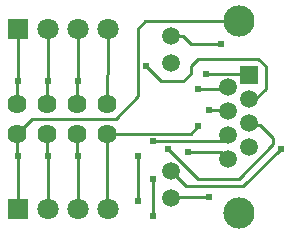
<source format=gtl>
G04 Layer: TopLayer*
G04 EasyEDA v6.3.22, 2020-02-22T14:36:41+01:00*
G04 fca1b2bbbae341289ab7ee7fc42174b0,5bf1b712bda346c5934589caff60f8c7,10*
G04 Gerber Generator version 0.2*
G04 Scale: 100 percent, Rotated: No, Reflected: No *
G04 Dimensions in inches *
G04 leading zeros omitted , absolute positions ,2 integer and 4 decimal *
%FSLAX24Y24*%
%MOIN*%
G90*
G70D02*

%ADD10C,0.010000*%
%ADD11C,0.024000*%
%ADD12C,0.059000*%
%ADD13R,0.059000X0.059000*%
%ADD14C,0.104000*%
%ADD15C,0.063937*%
%ADD16R,0.070866X0.070866*%
%ADD17C,0.070866*%

%LPD*%
G54D10*
G01X700Y3250D02*
G01X700Y2550D01*
G01X750Y2500D01*
G01X750Y2500D02*
G01X750Y750D01*
G01X1700Y3250D02*
G01X1700Y2550D01*
G01X1750Y2500D01*
G01X1750Y2500D02*
G01X1750Y750D01*
G01X2700Y3250D02*
G01X2700Y2550D01*
G01X2750Y2500D01*
G01X2750Y2500D02*
G01X2750Y750D01*
G01X3700Y3250D02*
G01X3700Y800D01*
G01X3750Y750D01*
G01X3700Y4250D02*
G01X3700Y5200D01*
G01X3750Y5250D01*
G01X3750Y5250D02*
G01X3750Y6750D01*
G01X2700Y4250D02*
G01X2700Y4950D01*
G01X2750Y5000D01*
G01X2750Y5000D02*
G01X2750Y6750D01*
G01X1700Y4250D02*
G01X1700Y4950D01*
G01X1750Y5000D01*
G01X1750Y5000D02*
G01X1750Y6750D01*
G01X700Y4250D02*
G01X700Y4950D01*
G01X750Y5000D01*
G01X750Y5000D02*
G01X750Y6750D01*
G01X4750Y2500D02*
G01X4750Y1000D01*
G01X3700Y3250D02*
G01X6500Y3250D01*
G01X6750Y3500D01*
G01X6750Y4750D02*
G01X7700Y4750D01*
G01X7750Y4800D01*
G01X7750Y2400D02*
G01X7500Y2650D01*
G01X6400Y2650D01*
G01X5250Y1750D02*
G01X5250Y500D01*
G01X9500Y2750D02*
G01X8250Y1500D01*
G01X6353Y1500D01*
G01X5852Y2001D01*
G01X5852Y1098D02*
G01X5903Y1150D01*
G01X7100Y1150D01*
G01X7100Y4050D02*
G01X7700Y4050D01*
G01X7750Y4000D01*
G01X7000Y5250D02*
G01X8401Y5250D01*
G01X8451Y5200D01*
G01X7500Y6250D02*
G01X6500Y6250D01*
G01X6248Y6501D01*
G01X5852Y6501D01*
G01X8450Y4400D02*
G01X8650Y4400D01*
G01X9000Y4750D01*
G01X9000Y5500D01*
G01X8750Y5750D01*
G01X6750Y5750D01*
G01X6500Y5500D01*
G01X6500Y5250D01*
G01X6250Y5000D01*
G01X5500Y5000D01*
G01X5000Y5500D01*
G01X8451Y3600D02*
G01X8501Y3550D01*
G01X8800Y3550D01*
G01X9250Y3100D01*
G01X9250Y2900D01*
G01X8100Y1750D01*
G01X6750Y1750D01*
G01X5750Y2750D01*
G01X7750Y3200D02*
G01X7550Y3000D01*
G01X6250Y3000D01*
G01X5250Y3000D01*
G01X700Y3250D02*
G01X1200Y3750D01*
G01X4000Y3750D01*
G01X4750Y4500D01*
G01X4750Y6750D01*
G01X4989Y6990D01*
G01X8101Y6990D01*
G54D12*
G01X7750Y2400D03*
G54D13*
G01X8451Y5200D03*
G54D12*
G01X8451Y3600D03*
G01X8451Y4400D03*
G01X7750Y4000D03*
G01X7750Y4800D03*
G01X8451Y2800D03*
G54D14*
G01X8101Y6990D03*
G01X8101Y609D03*
G54D12*
G01X7750Y3200D03*
G01X5852Y2001D03*
G01X5852Y1098D03*
G01X5852Y6501D03*
G01X5852Y5598D03*
G54D15*
G01X700Y3250D03*
G01X700Y4250D03*
G01X1700Y3250D03*
G01X1700Y4250D03*
G01X2700Y3250D03*
G01X2700Y4250D03*
G01X3700Y3250D03*
G01X3700Y4250D03*
G54D16*
G01X750Y750D03*
G54D17*
G01X1750Y750D03*
G01X2750Y750D03*
G01X3750Y750D03*
G54D16*
G01X750Y6750D03*
G54D17*
G01X1750Y6750D03*
G01X2750Y6750D03*
G01X3750Y6750D03*
G54D11*
G01X750Y5000D03*
G01X1750Y5000D03*
G01X2750Y5000D03*
G01X2750Y2500D03*
G01X1750Y2500D03*
G01X750Y2500D03*
G01X4750Y2500D03*
G01X4750Y1000D03*
G01X6750Y3500D03*
G01X6750Y4750D03*
G01X6400Y2650D03*
G01X5250Y1750D03*
G01X5250Y500D03*
G01X9500Y2750D03*
G01X7100Y1150D03*
G01X7100Y4050D03*
G01X7000Y5250D03*
G01X7500Y6250D03*
G01X5000Y5500D03*
G01X5750Y2750D03*
G01X5250Y3000D03*
M00*
M02*

</source>
